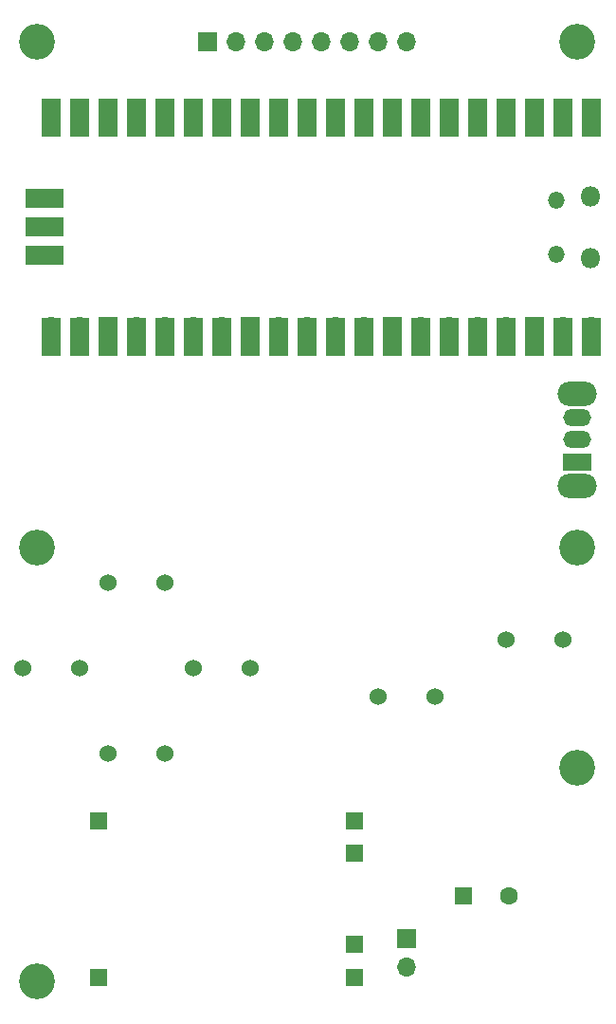
<source format=gbr>
%TF.GenerationSoftware,KiCad,Pcbnew,(5.1.10-1-10_14)*%
%TF.CreationDate,2021-08-15T20:20:53+09:00*%
%TF.ProjectId,gamejoy,67616d65-6a6f-4792-9e6b-696361645f70,rev?*%
%TF.SameCoordinates,Original*%
%TF.FileFunction,Soldermask,Bot*%
%TF.FilePolarity,Negative*%
%FSLAX46Y46*%
G04 Gerber Fmt 4.6, Leading zero omitted, Abs format (unit mm)*
G04 Created by KiCad (PCBNEW (5.1.10-1-10_14)) date 2021-08-15 20:20:53*
%MOMM*%
%LPD*%
G01*
G04 APERTURE LIST*
%ADD10C,3.200000*%
%ADD11R,1.700000X1.700000*%
%ADD12O,1.700000X1.700000*%
%ADD13R,1.600000X1.600000*%
%ADD14C,1.600000*%
%ADD15C,1.524000*%
%ADD16R,2.500000X1.500000*%
%ADD17O,2.500000X1.500000*%
%ADD18O,3.500000X2.200000*%
%ADD19R,1.700000X3.500000*%
%ADD20O,1.800000X1.800000*%
%ADD21O,1.500000X1.500000*%
%ADD22R,3.500000X1.700000*%
%ADD23R,1.524000X1.524000*%
G04 APERTURE END LIST*
D10*
%TO.C,REF\u002A\u002A*%
X129540000Y-103505000D03*
%TD*%
%TO.C,REF\u002A\u002A*%
X81280000Y-103505000D03*
%TD*%
%TO.C,REF\u002A\u002A*%
X81280000Y-58420000D03*
%TD*%
%TO.C,REF\u002A\u002A*%
X129540000Y-58420000D03*
%TD*%
%TO.C,REF\u002A\u002A*%
X81280000Y-142240000D03*
%TD*%
%TO.C,REF\u002A\u002A*%
X129540000Y-123190000D03*
%TD*%
D11*
%TO.C,BT1*%
X114300000Y-138430000D03*
D12*
X114300000Y-140970000D03*
%TD*%
D13*
%TO.C,BZ1*%
X119380000Y-134620000D03*
D14*
X123380000Y-134620000D03*
%TD*%
D15*
%TO.C,SW1*%
X85090000Y-114300000D03*
X80010000Y-114300000D03*
%TD*%
%TO.C,SW2*%
X87630000Y-106680000D03*
X92710000Y-106680000D03*
%TD*%
%TO.C,SW3*%
X87630000Y-121920000D03*
X92710000Y-121920000D03*
%TD*%
%TO.C,SW4*%
X100330000Y-114300000D03*
X95250000Y-114300000D03*
%TD*%
%TO.C,SW5*%
X111760000Y-116840000D03*
X116840000Y-116840000D03*
%TD*%
%TO.C,SW6*%
X128270000Y-111760000D03*
X123190000Y-111760000D03*
%TD*%
D16*
%TO.C,SW7*%
X129540000Y-95885000D03*
D17*
X129540000Y-93885000D03*
X129540000Y-91885000D03*
D18*
X129540000Y-97985000D03*
X129540000Y-89785000D03*
%TD*%
D12*
%TO.C,U1*%
X130810000Y-83820000D03*
X128270000Y-83820000D03*
D11*
X125730000Y-83820000D03*
D12*
X123190000Y-83820000D03*
X120650000Y-83820000D03*
X118110000Y-83820000D03*
X115570000Y-83820000D03*
D11*
X113030000Y-83820000D03*
D12*
X110490000Y-83820000D03*
X107950000Y-83820000D03*
X105410000Y-83820000D03*
X102870000Y-83820000D03*
D11*
X100330000Y-83820000D03*
D12*
X97790000Y-83820000D03*
X95250000Y-83820000D03*
X92710000Y-83820000D03*
X90170000Y-83820000D03*
D11*
X87630000Y-83820000D03*
D12*
X85090000Y-83820000D03*
X82550000Y-83820000D03*
X82550000Y-66040000D03*
X85090000Y-66040000D03*
D11*
X87630000Y-66040000D03*
D12*
X90170000Y-66040000D03*
X92710000Y-66040000D03*
X95250000Y-66040000D03*
X97790000Y-66040000D03*
D11*
X100330000Y-66040000D03*
D12*
X102870000Y-66040000D03*
X105410000Y-66040000D03*
X107950000Y-66040000D03*
X110490000Y-66040000D03*
D11*
X113030000Y-66040000D03*
D12*
X115570000Y-66040000D03*
X118110000Y-66040000D03*
X120650000Y-66040000D03*
X123190000Y-66040000D03*
D11*
X125730000Y-66040000D03*
D12*
X128270000Y-66040000D03*
X130810000Y-66040000D03*
D19*
X130810000Y-84720000D03*
X128270000Y-84720000D03*
X125730000Y-84720000D03*
X123190000Y-84720000D03*
X120650000Y-84720000D03*
X118110000Y-84720000D03*
X115570000Y-84720000D03*
X113030000Y-84720000D03*
X110490000Y-84720000D03*
X107950000Y-84720000D03*
X105410000Y-84720000D03*
X102870000Y-84720000D03*
X100330000Y-84720000D03*
X97790000Y-84720000D03*
X95250000Y-84720000D03*
X92710000Y-84720000D03*
X90170000Y-84720000D03*
X87630000Y-84720000D03*
X85090000Y-84720000D03*
X82550000Y-84720000D03*
X130810000Y-65140000D03*
X128270000Y-65140000D03*
X125730000Y-65140000D03*
X123190000Y-65140000D03*
X120650000Y-65140000D03*
X118110000Y-65140000D03*
X115570000Y-65140000D03*
X113030000Y-65140000D03*
X110490000Y-65140000D03*
X107950000Y-65140000D03*
X105410000Y-65140000D03*
X102870000Y-65140000D03*
X100330000Y-65140000D03*
X97790000Y-65140000D03*
X95250000Y-65140000D03*
X92710000Y-65140000D03*
X90170000Y-65140000D03*
X87630000Y-65140000D03*
X85090000Y-65140000D03*
X82550000Y-65140000D03*
D20*
X130680000Y-77655000D03*
X130680000Y-72205000D03*
D21*
X127650000Y-77355000D03*
X127650000Y-72505000D03*
D22*
X81880000Y-77470000D03*
D12*
X82780000Y-77470000D03*
D22*
X81880000Y-74930000D03*
D11*
X82780000Y-74930000D03*
D22*
X81880000Y-72390000D03*
D12*
X82780000Y-72390000D03*
%TD*%
D11*
%TO.C,U2*%
X96520000Y-58420000D03*
D12*
X99060000Y-58420000D03*
X101600000Y-58420000D03*
X104140000Y-58420000D03*
X106680000Y-58420000D03*
X109220000Y-58420000D03*
X111760000Y-58420000D03*
X114300000Y-58420000D03*
%TD*%
D23*
%TO.C,U3*%
X86741000Y-127889000D03*
X86741000Y-141859000D03*
X109601000Y-141859000D03*
X109601000Y-127889000D03*
X109601000Y-138938000D03*
X109601000Y-130810000D03*
%TD*%
M02*

</source>
